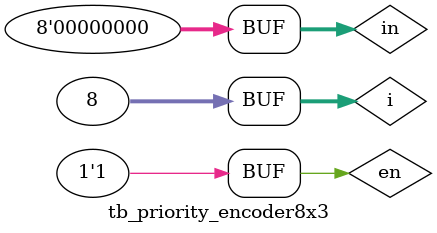
<source format=v>
`timescale 1ns / 1ps


module tb_priority_encoder8x3();
reg [7:0]in;
reg en;
wire [2:0]out;
integer i;
priority_encoder8x3 dut(.in(in),.en(en),.out(out));
initial begin
$monitor( "en=%b, in=%d, out=%b ", en, in, out);
   en=1;
   for (i = 0; i < 8; i = i + 1) begin
        in = i;
        #10; 
    end
    in = 8'b10101010; 
    #10;
    in = 8'b11111111; 
    #10;
    in = 8'b00000000; 
    #10;
    end
endmodule

</source>
